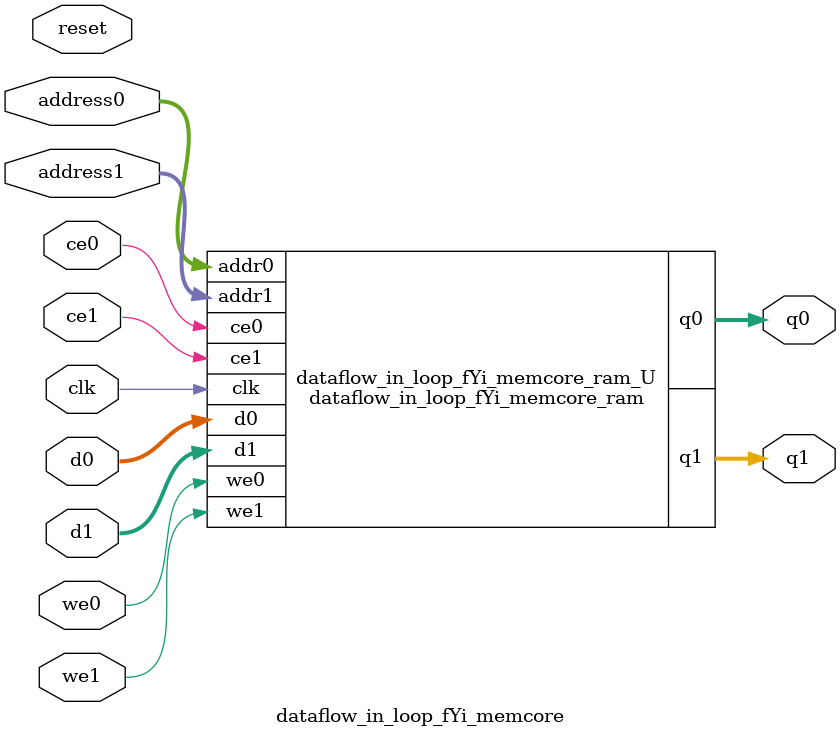
<source format=v>

`timescale 1 ns / 1 ps
module dataflow_in_loop_fYi_memcore_ram (addr0, ce0, d0, we0, q0, addr1, ce1, d1, we1, q1,  clk);

parameter DWIDTH = 32;
parameter AWIDTH = 18;
parameter MEM_SIZE = 194888;

input[AWIDTH-1:0] addr0;
input ce0;
input[DWIDTH-1:0] d0;
input we0;
output reg[DWIDTH-1:0] q0;
input[AWIDTH-1:0] addr1;
input ce1;
input[DWIDTH-1:0] d1;
input we1;
output reg[DWIDTH-1:0] q1;
input clk;

(* ram_style = "block" *)reg [DWIDTH-1:0] ram[0:MEM_SIZE-1];




always @(posedge clk)  
begin 
    if (ce0) 
    begin
        if (we0) 
        begin 
            ram[addr0] <= d0; 
            q0 <= d0;
        end 
        else 
            q0 <= ram[addr0];
    end
end


always @(posedge clk)  
begin 
    if (ce1) 
    begin
        if (we1) 
        begin 
            ram[addr1] <= d1; 
            q1 <= d1;
        end 
        else 
            q1 <= ram[addr1];
    end
end


endmodule


`timescale 1 ns / 1 ps
module dataflow_in_loop_fYi_memcore(
    reset,
    clk,
    address0,
    ce0,
    we0,
    d0,
    q0,
    address1,
    ce1,
    we1,
    d1,
    q1);

parameter DataWidth = 32'd32;
parameter AddressRange = 32'd194888;
parameter AddressWidth = 32'd18;
input reset;
input clk;
input[AddressWidth - 1:0] address0;
input ce0;
input we0;
input[DataWidth - 1:0] d0;
output[DataWidth - 1:0] q0;
input[AddressWidth - 1:0] address1;
input ce1;
input we1;
input[DataWidth - 1:0] d1;
output[DataWidth - 1:0] q1;



dataflow_in_loop_fYi_memcore_ram dataflow_in_loop_fYi_memcore_ram_U(
    .clk( clk ),
    .addr0( address0 ),
    .ce0( ce0 ),
    .d0( d0 ),
    .we0( we0 ),
    .q0( q0 ),
    .addr1( address1 ),
    .ce1( ce1 ),
    .d1( d1 ),
    .we1( we1 ),
    .q1( q1 ));

endmodule


</source>
